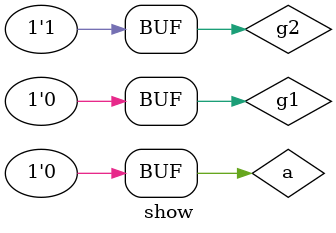
<source format=v>
`timescale 1ns / 1ps


module show(

    );
    reg a,g1,g2;
    initial begin
    a=0; g1=0; g2=1;
    #40 a=1;
    #20 g1=1;
    #20 g2=0; 
    #20 a=0;
    #20 g1=0;
    #20 g2=1;
    end
endmodule

</source>
